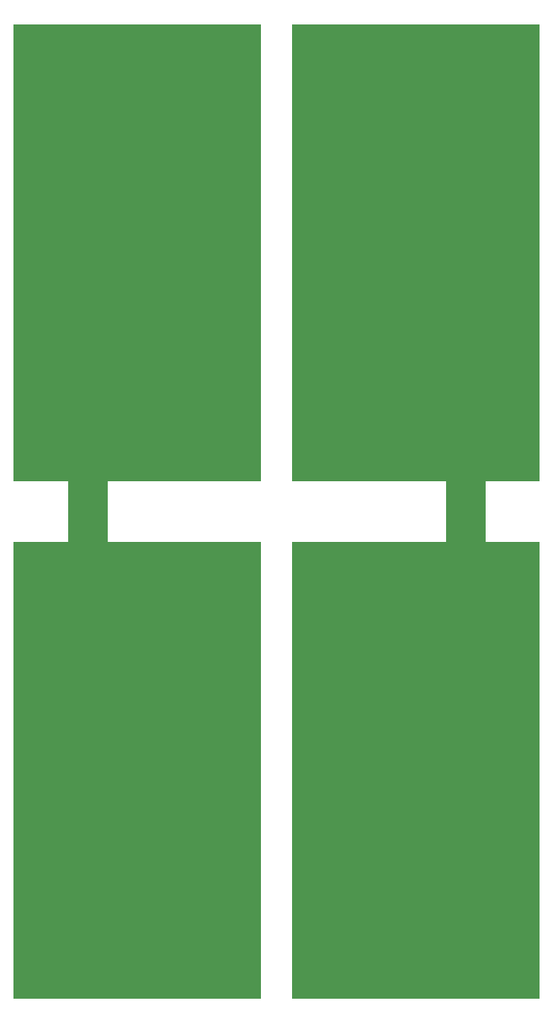
<source format=gbr>
%TF.GenerationSoftware,KiCad,Pcbnew,(6.0.11)*%
%TF.CreationDate,2023-04-03T18:30:39-05:00*%
%TF.ProjectId,SlidePlate,536c6964-6550-46c6-9174-652e6b696361,rev?*%
%TF.SameCoordinates,Original*%
%TF.FileFunction,Copper,L1,Top*%
%TF.FilePolarity,Positive*%
%FSLAX46Y46*%
G04 Gerber Fmt 4.6, Leading zero omitted, Abs format (unit mm)*
G04 Created by KiCad (PCBNEW (6.0.11)) date 2023-04-03 18:30:39*
%MOMM*%
%LPD*%
G01*
G04 APERTURE LIST*
%TA.AperFunction,SMDPad,CuDef*%
%ADD10R,25.000000X46.000000*%
%TD*%
%TA.AperFunction,Conductor*%
%ADD11C,4.000000*%
%TD*%
%TA.AperFunction,Conductor*%
%ADD12C,8.000000*%
%TD*%
G04 APERTURE END LIST*
D10*
%TO.P,J4,1,Pin_1*%
%TO.N,Net-(J2-Pad1)*%
X34000000Y-44000000D03*
%TD*%
%TO.P,J3,1,Pin_1*%
%TO.N,Net-(J1-Pad1)*%
X62000000Y-44000000D03*
%TD*%
%TO.P,J2,1,Pin_1*%
%TO.N,Net-(J2-Pad1)*%
X34000000Y-96000000D03*
%TD*%
%TO.P,J1,1,Pin_1*%
%TO.N,Net-(J1-Pad1)*%
X62000000Y-96000000D03*
%TD*%
D11*
%TO.N,Net-(J1-Pad1)*%
X67000000Y-59000000D02*
X67000000Y-91000000D01*
X67000000Y-91000000D02*
X62000000Y-96000000D01*
X62000000Y-54000000D02*
X67000000Y-59000000D01*
X62000000Y-44000000D02*
X62000000Y-54000000D01*
%TO.N,Net-(J2-Pad1)*%
X29000000Y-55000000D02*
X29000000Y-91000000D01*
X34000000Y-50000000D02*
X29000000Y-55000000D01*
X34000000Y-44000000D02*
X34000000Y-50000000D01*
X29000000Y-91000000D02*
X34000000Y-96000000D01*
%TO.N,Net-(J1-Pad1)*%
X57000000Y-91000000D02*
X62000000Y-96000000D01*
D12*
X62000000Y-96000000D02*
X59000000Y-93000000D01*
D11*
X62000000Y-44000000D02*
X57000000Y-49000000D01*
%TO.N,Net-(J2-Pad1)*%
X34000000Y-96000000D02*
X39000000Y-91000000D01*
X39000000Y-49000000D02*
X34000000Y-44000000D01*
D12*
X37000000Y-47000000D02*
X34000000Y-44000000D01*
%TD*%
M02*

</source>
